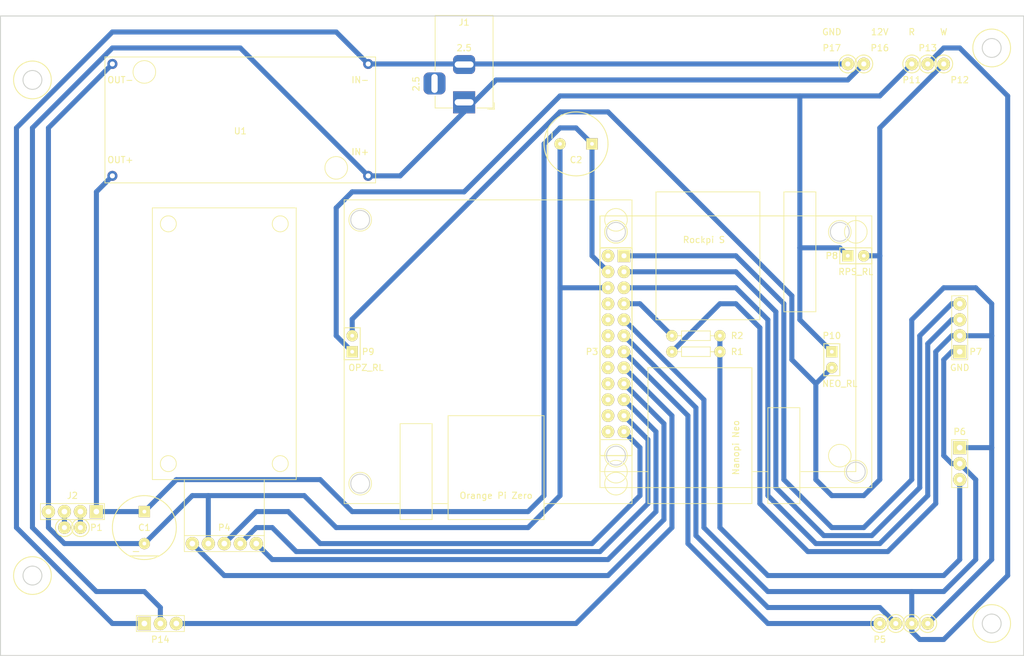
<source format=kicad_pcb>
(kicad_pcb (version 20211014) (generator pcbnew)
  (layers (0 "F.Cu" signal) (31 "B.Cu" signal) (34 "B.Paste" user) (35 "F.Paste" user) (36 "B.SilkS" user "B.Silkscreen") (37 "F.SilkS" user "F.Silkscreen") (38 "B.Mask" user) (39 "F.Mask" user) (44 "Edge.Cuts" user))
  (net 0 "")
  (net 1 "Net-(J2-Pad3)")
  (net 2 "Net-(J2-Pad2)")
  (net 3 "Net-(P6-Pad3)")
  (net 4 "Net-(C1-Pad1)")
  (net 5 "Net-(C1-Pad2)")
  (net 6 "Net-(J1-Pad1)")
  (net 7 "Net-(J1-Pad2)")
  (net 8 "Net-(P3-Pad7)")
  (net 9 "Net-(P3-Pad19)")
  (net 10 "Net-(P3-Pad3)")
  (net 11 "Net-(P3-Pad13)")
  (net 12 "Net-(P3-Pad21)")
  (net 13 "Net-(P3-Pad23)")
  (net 14 "Net-(P3-Pad5)")
  (net 15 "Net-(P3-Pad17)")
  (net 16 "Net-(P13-Pad1)")
  (net 17 "Net-(P10-Pad2)")
  (net 18 "Net-(P10-Pad1)")
  (net 19 "Net-(P14-Pad3)")
  (net 20 "Net-(P3-Pad10)")
  (net 21 "Net-(P3-Pad20)")
  (net 22 "Net-(P3-Pad8)")
  (net 23 "Net-(P3-Pad14)")
  (net 24 "Net-(P3-Pad22)")
  (net 25 "Net-(P15-Pad1)")
  (net 26 "Net-(P19-Pad1)")
  (net 27 "Net-(P3-Pad12)")
  (net 28 "Net-(P3-Pad16)")
  (net 29 "Net-(P3-Pad2)")
  (net 30 "Net-(P3-Pad24)")
  (net 31 "Net-(P3-Pad18)")
  (footprint "common:PI" (layer "F.Cu") (at 139.7 78.74)
    (fp_text reference "P3" (at -5.08 0 180) (layer "F.SilkS"))
    (fp_text value "PI")
    (fp_text user "Rockpi S" (at 12.7 -17.78) (layer "F.SilkS"))
    (fp_text user "Orange Pi Zero" (at -20.32 22.86) (layer "F.SilkS"))
    (fp_text user "Nanopi Neo" (at 17.78 15.24 270) (layer "F.SilkS"))
    (fp_line (start -3.81 -21.59) (end 36.83 -21.59) (layer "F.SilkS") (width 0.12))
    (fp_line (start 25.4 -21.59) (end 21.59 -21.59) (layer "F.SilkS") (width 0.12))
    (fp_line (start -3.81 19.05) (end -3.81 -21.59) (layer "F.SilkS") (width 0.12))
    (fp_line (start 30.48 -6.35) (end 25.4 -6.35) (layer "F.SilkS") (width 0.12))
    (fp_line (start 1.27 13.97) (end -3.81 13.97) (layer "F.SilkS") (width 0.12))
    (fp_line (start 30.48 -25.4) (end 30.48 -6.35) (layer "F.SilkS") (width 0.12))
    (fp_line (start -3.81 16.51) (end -3.81 21.59) (layer "F.SilkS") (width 0.12))
    (fp_line (start 1.27 -16.51) (end 1.27 13.97) (layer "F.SilkS") (width 0.12))
    (fp_line (start -3.81 21.59) (end 39.37 21.59) (layer "F.SilkS") (width 0.12))
    (fp_line (start 1.27 24.13) (end -12.7 24.13) (layer "F.SilkS") (width 0.12))
    (fp_line (start 1.27 -16.51) (end -3.81 -16.51) (layer "F.SilkS") (width 0.12))
    (fp_line (start -3.81 -16.51) (end -3.81 16.51) (layer "F.SilkS") (width 0.12))
    (fp_line (start 36.83 -21.59) (end 36.83 19.05) (layer "F.SilkS") (width 0.12))
    (fp_line (start 20.32 24.13) (end 20.32 2.54) (layer "F.SilkS") (width 0.12))
    (fp_line (start 3.81 2.54) (end 3.81 24.13) (layer "F.SilkS") (width 0.12))
    (fp_line (start -3.81 16.51) (end -3.81 -16.51) (layer "F.SilkS") (width 0.15))
    (fp_line (start -30.48 11.43) (end -35.56 11.43) (layer "F.SilkS") (width 0.12))
    (fp_line (start 1.27 -16.51) (end -3.81 -16.51) (layer "F.SilkS") (width 0.12))
    (fp_line (start -12.7 26.67) (end -27.94 26.67) (layer "F.SilkS") (width 0.12))
    (fp_line (start 27.94 24.13) (end 27.94 8.89) (layer "F.SilkS") (width 0.12))
    (fp_line (start 30.48 -21.59) (end 39.37 -21.59) (layer "F.SilkS") (width 0.12))
    (fp_line (start 39.37 -21.59) (end 39.37 21.59) (layer "F.SilkS") (width 0.12))
    (fp_line (start 1.27 16.51) (end -3.81 16.51) (layer "F.SilkS") (width 0.15))
    (fp_line (start 3.81 19.05) (end -3.81 19.05) (layer "F.SilkS") (width 0.12))
    (fp_line (start -35.56 11.43) (end -35.56 26.67) (layer "F.SilkS") (width 0.12))
    (fp_line (start -12.7 10.16) (end -12.7 26.67) (layer "F.SilkS") (width 0.12))
    (fp_line (start 1.27 16.51) (end 1.27 -16.51) (layer "F.SilkS") (width 0.12))
    (fp_line (start -3.81 13.97) (end -3.81 -16.51) (layer "F.SilkS") (width 0.12))
    (fp_line (start 22.86 19.05) (end 20.32 19.05) (layer "F.SilkS") (width 0.12))
    (fp_line (start 5.08 -5.08) (end 5.08 -25.4) (layer "F.SilkS") (width 0.12))
    (fp_line (start 22.86 8.89) (end 22.86 24.13) (layer "F.SilkS") (width 0.12))
    (fp_line (start 25.4 -6.35) (end 25.4 -25.4) (layer "F.SilkS") (width 0.12))
    (fp_line (start -3.81 -21.59) (end 5.08 -21.59) (layer "F.SilkS") (width 0.12))
    (fp_line (start 1.27 -16.51) (end 1.27 16.51) (layer "F.SilkS") (width 0.15))
    (fp_line (start 21.59 -5.08) (end 5.08 -5.08) (layer "F.SilkS") (width 0.12))
    (fp_line (start -44.45 -24.13) (end -44.45 24.13) (layer "F.SilkS") (width 0.12))
    (fp_line (start -3.81 -21.59) (end -3.81 -16.51) (layer "F.SilkS") (width 0.12))
    (fp_line (start 22.86 8.89) (end 27.94 8.89) (layer "F.SilkS") (width 0.12))
    (fp_line (start 36.83 19.05) (end 27.94 19.05) (layer "F.SilkS") (width 0.12))
    (fp_line (start -30.48 11.43) (end -30.48 26.67) (layer "F.SilkS") (width 0.12))
    (fp_line (start 1.27 -24.13) (end 1.27 -16.51) (layer "F.SilkS") (width 0.12))
    (fp_line (start 3.81 2.54) (end 20.32 2.54) (layer "F.SilkS") (width 0.12))
    (fp_line (start 1.27 -24.13) (end -44.45 -24.13) (layer "F.SilkS") (width 0.12))
    (fp_line (start -3.81 16.51) (end 1.27 16.51) (layer "F.SilkS") (width 0.12))
    (fp_line (start 5.08 -25.4) (end 21.59 -25.4) (layer "F.SilkS") (width 0.12))
    (fp_line (start -30.48 26.67) (end -35.56 26.67) (layer "F.SilkS") (width 0.12))
    (fp_line (start -27.94 24.13) (end -30.48 24.13) (layer "F.SilkS") (width 0.12))
    (fp_line (start -27.94 10.16) (end -27.94 26.67) (layer "F.SilkS") (width 0.12))
    (fp_line (start 25.4 -25.4) (end 30.48 -25.4) (layer "F.SilkS") (width 0.12))
    (fp_line (start -35.56 24.13) (end -44.45 24.13) (layer "F.SilkS") (width 0.12))
    (fp_line (start -3.81 -16.51) (end 1.27 -16.51) (layer "F.SilkS") (width 0.15))
    (fp_line (start 21.59 -25.4) (end 21.59 -5.08) (layer "F.SilkS") (width 0.12))
    (fp_line (start 27.94 24.13) (end 22.86 24.13) (layer "F.SilkS") (width 0.12))
    (fp_line (start 20.32 24.13) (end 3.81 24.13) (layer "F.SilkS") (width 0.12))
    (fp_line (start -12.7 10.16) (end -27.94 10.16) (layer "F.SilkS") (width 0.12))
    (fp_line (start 1.27 16.51) (end 1.27 24.13) (layer "F.SilkS") (width 0.12))
    (fp_circle (center 36.83 -19.05) (end 38.1 -17.78) (layer "F.SilkS") (width 0.12) (fill none))
    (fp_circle (center -1.27 19.05) (end 0 20.32) (layer "F.SilkS") (width 0.12) (fill none))
    (fp_circle (center 34.29 -19.05) (end 33.02 -20.32) (layer "F.SilkS") (width 0.12) (fill none))
    (fp_circle (center -1.27 -19.05) (end 0 -17.78) (layer "F.SilkS") (width 0.12) (fill none))
    (fp_circle (center 36.83 19.05) (end 35.56 20.32) (layer "F.SilkS") (width 0.12) (fill none))
    (fp_circle (center -1.27 -20.955) (end -2.54 -22.225) (layer "F.SilkS") (width 0.12) (fill none))
    (fp_circle (center 34.29 16.51) (end 33.02 15.24) (layer "F.SilkS") (width 0.12) (fill none))
    (fp_circle (center -41.91 20.955) (end -43.18 19.685) (layer "F.SilkS") (width 0.12) (fill none))
    (fp_circle (center -1.27 -19.05) (end 0 -20.32) (layer "F.SilkS") (width 0.12) (fill none))
    (fp_circle (center -1.27 16.51) (end -2.54 15.24) (layer "F.SilkS") (width 0.12) (fill none))
    (fp_circle (center -41.91 -20.955) (end -40.64 -22.225) (layer "F.SilkS") (width 0.12) (fill none))
    (fp_circle (center -1.27 20.955) (end -2.54 19.685) (layer "F.SilkS") (width 0.12) (fill none))
    (pad "1" thru_hole rect locked (at 0 -15.24 270) (size 2 2) (drill 0.8) (layers *.Cu *.Mask "F.SilkS") (net 26 "Net-(P19-Pad1)"))
    (pad "2" thru_hole circle locked (at -2.54 -15.24 270) (size 2 2) (drill 0.8) (layers *.Cu *.Mask "F.SilkS") (net 29 "Net-(P3-Pad2)"))
    (pad "3" thru_hole circle locked (at 0 -12.7 270) (size 2 2) (drill 0.8) (layers *.Cu *.Mask "F.SilkS") (net 10 "Net-(P3-Pad3)"))
    (pad "4" thru_hole circle locked (at -2.54 -12.7 270) (size 2 2) (drill 0.8) (layers *.Cu *.Mask "F.SilkS") (net 4 "Net-(C1-Pad1)"))
    (pad "5" thru_hole circle locked (at 0 -10.16 270) (size 2 2) (drill 0.8) (layers *.Cu *.Mask "F.SilkS") (net 14 "Net-(P3-Pad5)"))
    (pad "6" thru_hole circle locked (at -2.54 -10.16 270) (size 2 2) (drill 0.8) (layers *.Cu *.Mask "F.SilkS") (net 5 "Net-(C1-Pad2)"))
    (pad "7" thru_hole circle locked (at 0 -7.62 270) (size 2 2) (drill 0.8) (layers *.Cu *.Mask "F.SilkS") (net 8 "Net-(P3-Pad7)"))
    (pad "8" thru_hole circle locked (at -2.54 -7.62 270) (size 2 2) (drill 0.8) (layers *.Cu *.Mask "F.SilkS") (net 22 "Net-(P3-Pad8)"))
    (pad "9" thru_hole circle locked (at 0 -5.08 270) (size 2 2) (drill 0.8) (layers *.Cu *.Mask "F.SilkS") (net 16 "Net-(P13-Pad1)"))
    (pad "10" thru_hole circle locked (at -2.54 -5.08 270) (size 2 2) (drill 0.8) (layers *.Cu *.Mask "F.SilkS") (net 20 "Net-(P3-Pad10)"))
    (pad "11" thru_hole circle locked (at 0 -2.54 270) (size 1.99898 1.99898) (drill 0.8001) (layers *.Cu *.Mask "F.SilkS") (net 25 "Net-(P15-Pad1)"))
    (pad "12" thru_hole circle locked (at -2.54 -2.54 270) (size 1.99898 1.99898) (drill 0.8001) (layers *.Cu *.Mask "F.SilkS") (net 27 "Net-(P3-Pad12)"))
    (pad "13" thru_hole circle locked (at 0 0 270) (size 1.99898 1.99898) (drill 0.8001) (layers *.Cu *.Mask "F.SilkS") (net 11 "Net-(P3-Pad13)"))
    (pad "14" thru_hole circle locked (at -2.54 0 270) (size 1.99898 1.99898) (drill 0.8001) (layers *.Cu *.Mask "F.SilkS") (net 23 "Net-(P3-Pad14)"))
    (pad "15" thru_hole circle locked (at 0 2.54 270) (size 1.99898 1.99898) (drill 0.8001) (layers *.Cu *.Mask "F.SilkS") (net 19 "Net-(P14-Pad3)"))
    (pad "16" thru_hole circle locked (at -2.54 2.54 270) (size 1.99898 1.99898) (drill 0.8001) (layers *.Cu *.Mask "F.SilkS") (net 28 "Net-(P3-Pad16)"))
    (pad "17" thru_hole circle locked (at 0 5.08) (size 1.99898 1.99898) (drill 0.8001) (layers *.Cu *.Mask "F.SilkS") (net 15 "Net-(P3-Pad17)"))
    (pad "18" thru_hole circle locked (at -2.54 5.08 270) (size 1.99898 1.99898) (drill 0.8001) (layers *.Cu *.Mask "F.SilkS") (net 31 "Net-(P3-Pad18)"))
    (pad "19" thru_hole circle locked (at 0 7.62 270) (size 1.99898 1.99898) (drill 0.8001) (layers *.Cu *.Mask "F.SilkS") (net 9 "Net-(P3-Pad19)"))
    (pad "20" thru_hole circle locked (at -2.54 7.62 270) (size 1.99898 1.99898) (drill 0.8001) (layers *.Cu *.Mask "F.SilkS") (net 21 "Net-(P3-Pad20)"))
    (pad "21" thru_hole circle locked (at 0 10.16 270) (size 1.99898 1.99898) (drill 0.8001) (layers *.Cu *.Mask "F.SilkS") (net 12 "Net-(P3-Pad21)"))
    (pad "22" thru_hole circle locked (at -2.54 10.16 270) (size 1.99898 1.99898) (drill 0.8001) (layers *.Cu *.Mask "F.SilkS") (net 24 "Net-(P3-Pad22)"))
    (pad "23" thru_hole circle locked (at 0 12.7 270) (size 1.99898 1.99898) (drill 0.8001) (layers *.Cu *.Mask "F.SilkS") (net 13 "Net-(P3-Pad23)"))
    (pad "24" thru_hole circle locked (at -2.54 12.7 270) (size 1.99898 1.99898) (drill 0.8001) (layers *.Cu *.Mask "F.SilkS") (net 30 "Net-(P3-Pad24)"))
  )
  (footprint "common:PIN_ARRAY_3X1" (layer "F.Cu") (at 193.04 96.52 -90)
    (fp_text reference "P6" (at -5.08 0) (layer "F.SilkS"))
    (fp_text value "CONN_3" hide)
    (fp_line (start -3.81 -1.27) (end 3.81 -1.27) (layer "F.SilkS") (width 0.12))
    (fp_line (start -3.81 1.27) (end -3.81 -1.27) (layer "F.SilkS") (width 0.12))
    (fp_line (start 3.81 -1.27) (end 3.81 1.27) (layer "F.SilkS") (width 0.12))
    (fp_line (start 3.81 1.27) (end -3.81 1.27) (layer "F.SilkS") (width 0.12))
    (pad "1" thru_hole rect locked (at -2.54 0 270) (size 2.10058 2.10058) (drill 0.89916) (layers *.Cu *.Mask "F.SilkS") (net 26 "Net-(P19-Pad1)"))
    (pad "2" thru_hole circle locked (at 0 0 270) (size 2.10058 2.10058) (drill 0.89916) (layers *.Cu *.Mask "F.SilkS") (net 16 "Net-(P13-Pad1)"))
    (pad "3" thru_hole circle locked (at 2.54 0 270) (size 2.10058 2.10058) (drill 0.89916) (layers *.Cu *.Mask "F.SilkS") (net 3 "Net-(P6-Pad3)"))
  )
  (footprint "common:PIN_ARRAY_1X1" (layer "F.Cu") (at 185.42 33.02)
    (fp_text reference "P11" (at 0 2.54) (layer "F.SilkS"))
    (fp_text value "CONN_1" hide)
    (fp_circle (center 0 0) (end 1.27 0.635) (layer "F.SilkS") (width 0.15) (fill none))
    (pad "1" thru_hole circle locked (at 0 0) (size 2 2) (drill 0.8) (layers *.Cu *.Mask "F.SilkS") (net 18 "Net-(P10-Pad1)"))
  )
  (footprint "common:PIN_ARRAY_1X1" (layer "F.Cu") (at 53.34 106.68)
    (fp_text reference "P1" (at 2.54 0) (layer "F.SilkS"))
    (fp_text value "CONN_1" hide)
    (fp_circle (center 0 0) (end 1.27 0.635) (layer "F.SilkS") (width 0.15) (fill none))
    (pad "1" thru_hole circle locked (at 0 0) (size 2 2) (drill 0.8) (layers *.Cu *.Mask "F.SilkS") (net 2 "Net-(J2-Pad2)"))
  )
  (footprint "common:PIN_ARRAY_1X1" (layer "F.Cu") (at 187.96 33.02)
    (fp_text reference "P13" (at 0 -2.54) (layer "F.SilkS"))
    (fp_text value "CONN_1" hide)
    (fp_circle (center 0 0) (end 1.27 0.635) (layer "F.SilkS") (width 0.15) (fill none))
    (pad "1" thru_hole circle locked (at 0 0) (size 2 2) (drill 0.8) (layers *.Cu *.Mask "F.SilkS") (net 16 "Net-(P13-Pad1)"))
  )
  (footprint "common:CP2" (layer "F.Cu") (at 63.5 106.68 180)
    (fp_text reference "C1" (at 0 0) (layer "F.SilkS"))
    (fp_text value "CP1" hide)
    (fp_line (start -2.3 -4.5) (end 2.3 -4.5) (layer "F.SilkS") (width 0.15))
    (fp_line (start 0.889 -3.81) (end 1.778 -3.81) (layer "F.SilkS") (width 0.15))
    (fp_circle (center 0 0) (end -5.08 0) (layer "F.SilkS") (width 0.15) (fill none))
    (pad "1" thru_hole rect locked (at 0 2.54 180) (size 1.80086 1.80086) (drill 0.59944) (layers *.Cu *.Mask "F.SilkS") (net 4 "Net-(C1-Pad1)"))
    (pad "2" thru_hole circle locked (at 0 -2.54 180) (size 1.80086 1.80086) (drill 0.59944) (layers *.Cu *.Mask "F.SilkS") (net 5 "Net-(C1-Pad2)"))
  )
  (footprint "common:ENTRETOISE" (layer "F.Cu") (at 45.72 114.3)
    (fp_text reference "REF**" hide)
    (fp_text value "ENTRETOISE" hide)
    (fp_circle (center 0 0) (end 3 0) (layer "F.SilkS") (width 0.15) (fill none))
    (fp_circle (center 0 0) (end 1.5 0) (layer "Edge.Cuts") (width 0.15) (fill none))
  )
  (footprint "common:PIN_ARRAY_2X1" (layer "F.Cu") (at 176.53 63.5)
    (fp_text reference "P8" (at -3.81 0) (layer "F.SilkS"))
    (fp_text value "CONN_2" hide)
    (fp_text user "RPS_RL" (at 0 2.54) (layer "F.SilkS"))
    (fp_line (start 2.54 1.27) (end -2.54 1.27) (layer "F.SilkS") (width 0.1524))
    (fp_line (start 2.54 -1.27) (end 2.54 1.27) (layer "F.SilkS") (width 0.1524))
    (fp_line (start -2.54 1.27) (end -2.54 -1.27) (layer "F.SilkS") (width 0.1524))
    (fp_line (start -2.54 -1.27) (end 2.54 -1.27) (layer "F.SilkS") (width 0.1524))
    (pad "1" thru_hole rect locked (at -1.27 0) (size 1.80086 1.80086) (drill 0.59944) (layers *.Cu *.Mask "F.SilkS") (net 18 "Net-(P10-Pad1)"))
    (pad "2" thru_hole circle locked (at 1.27 0) (size 1.80086 1.80086) (drill 0.59944) (layers *.Cu *.Mask "F.SilkS") (net 17 "Net-(P10-Pad2)"))
  )
  (footprint "common:PIN_ARRAY_1X1" (layer "F.Cu") (at 50.8 106.68)
    (fp_text reference "P2" hide)
    (fp_text value "CONN_1" hide)
    (fp_circle (center 0 0) (end 1.27 0.635) (layer "F.SilkS") (width 0.15) (fill none))
    (pad "1" thru_hole circle locked (at 0 0) (size 2 2) (drill 0.8) (layers *.Cu *.Mask "F.SilkS") (net 1 "Net-(J2-Pad3)"))
  )
  (footprint "common:PIN_ARRAY_2X1" (layer "F.Cu") (at 96.52 77.47 90)
    (fp_text reference "P9" (at -1.27 2.54 180) (layer "F.SilkS"))
    (fp_text value "CONN_2" hide)
    (fp_text user "OPZ_RL" (at -3.81 5.08 180) (layer "F.SilkS") (effects (justify right)))
    (fp_line (start 2.54 1.27) (end -2.54 1.27) (layer "F.SilkS") (width 0.1524))
    (fp_line (start -2.54 1.27) (end -2.54 -1.27) (layer "F.SilkS") (width 0.1524))
    (fp_line (start 2.54 -1.27) (end 2.54 1.27) (layer "F.SilkS") (width 0.1524))
    (fp_line (start -2.54 -1.27) (end 2.54 -1.27) (layer "F.SilkS") (width 0.1524))
    (pad "1" thru_hole rect locked (at -1.27 0 90) (size 1.80086 1.80086) (drill 0.59944) (layers *.Cu *.Mask "F.SilkS") (net 18 "Net-(P10-Pad1)"))
    (pad "2" thru_hole circle locked (at 1.27 0 90) (size 1.80086 1.80086) (drill 0.59944) (layers *.Cu *.Mask "F.SilkS") (net 17 "Net-(P10-Pad2)"))
  )
  (footprint "common:ENTRETOISE" (layer "F.Cu") (at 45.72 35.56)
    (fp_text reference "REF**" hide)
    (fp_text value "ENTRETOISE" hide)
    (fp_circle (center 0 0) (end 3 0) (layer "F.SilkS") (width 0.15) (fill none))
    (fp_circle (center 0 0) (end 1.5 0) (layer "Edge.Cuts") (width 0.15) (fill none))
  )
  (footprint "common:VMA301" (layer "F.Cu") (at 76.2 109.22)
    (fp_text reference "P4" (at 0 -2.54 180) (layer "F.SilkS"))
    (fp_text value "CONN_5" hide)
    (fp_line (start 6.35 -1.27) (end -6.35 -1.27) (layer "F.SilkS") (width 0.12))
    (fp_line (start -11.43 -10.16) (end -11.43 -53.34) (layer "F.SilkS") (width 0.12))
    (fp_line (start 6.35 1.27) (end 6.35 -1.27) (layer "F.SilkS") (width 0.12))
    (fp_line (start 11.43 -53.34) (end 11.43 -10.16) (layer "F.SilkS") (width 0.12))
    (fp_line (start -11.43 -53.34) (end 11.43 -53.34) (layer "F.SilkS") (width 0.12))
    (fp_line (start -6.35 -1.27) (end -6.35 1.27) (layer "F.SilkS") (width 0.12))
    (fp_line (start 6.35 -1.27) (end 6.35 -10.16) (layer "F.SilkS") (width 0.12))
    (fp_line (start 11.43 -10.16) (end -11.43 -10.16) (layer "F.SilkS") (width 0.12))
    (fp_line (start -6.35 -1.27) (end -6.35 -10.16) (layer "F.SilkS") (width 0.12))
    (fp_line (start -6.35 1.27) (end 6.35 1.27) (layer "F.SilkS") (width 0.12))
    (fp_circle (center 8.89 -50.8) (end 8.89 -49.53) (layer "F.SilkS") (width 0.12) (fill none))
    (fp_circle (center 8.89 -12.7) (end 8.89 -11.43) (layer "F.SilkS") (width 0.12) (fill none))
    (fp_circle (center -8.89 -50.8) (end -8.89 -49.53) (layer "F.SilkS") (width 0.12) (fill none))
    (fp_circle (center -8.89 -12.7) (end -8.89 -11.43) (layer "F.SilkS") (width 0.12) (fill none))
    (pad "1" thru_hole circle locked (at -5.08 0) (size 2.10058 2.10058) (drill 0.89916) (layers *.Cu *.Mask "F.SilkS") (net 15 "Net-(P3-Pad17)"))
    (pad "2" thru_hole circle locked (at -2.54 0) (size 2.10058 2.10058) (drill 0.89916) (layers *.Cu *.Mask "F.SilkS") (net 5 "Net-(C1-Pad2)"))
    (pad "3" thru_hole circle locked (at 0 0) (size 2.10058 2.10058) (drill 0.89916) (layers *.Cu *.Mask "F.SilkS") (net 13 "Net-(P3-Pad23)"))
    (pad "4" thru_hole circle locked (at 2.54 0) (size 2.10058 2.10058) (drill 0.89916) (layers *.Cu *.Mask "F.SilkS") (net 12 "Net-(P3-Pad21)"))
    (pad "5" thru_hole circle locked (at 5.08 0) (size 2.10058 2.10058) (drill 0.89916) (layers *.Cu *.Mask "F.SilkS") (net 9 "Net-(P3-Pad19)"))
  )
  (footprint "common:PIN_ARRAY_2X1" (layer "F.Cu") (at 172.72 80.01 -90)
    (fp_text reference "P10" (at -3.81 0 180) (layer "F.SilkS"))
    (fp_text value "CONN_2" hide)
    (fp_text user "NEO_RL" (at 3.81 -1.27) (layer "F.SilkS"))
    (fp_line (start 2.54 -1.27) (end 2.54 1.27) (layer "F.SilkS") (width 0.1524))
    (fp_line (start 2.54 1.27) (end -2.54 1.27) (layer "F.SilkS") (width 0.1524))
    (fp_line (start -2.54 -1.27) (end 2.54 -1.27) (layer "F.SilkS") (width 0.1524))
    (fp_line (start -2.54 1.27) (end -2.54 -1.27) (layer "F.SilkS") (width 0.1524))
    (pad "1" thru_hole rect locked (at -1.27 0 270) (size 1.80086 1.80086) (drill 0.59944) (layers *.Cu *.Mask "F.SilkS") (net 18 "Net-(P10-Pad1)"))
    (pad "2" thru_hole circle locked (at 1.27 0 270) (size 1.80086 1.80086) (drill 0.59944) (layers *.Cu *.Mask "F.SilkS") (net 17 "Net-(P10-Pad2)"))
  )
  (footprint "common:PIN_ARRAY_1X1" (layer "F.Cu") (at 190.5 33.02)
    (fp_text reference "P12" (at 2.54 2.54) (layer "F.SilkS"))
    (fp_text value "CONN_1" hide)
    (fp_circle (center 0 0) (end 1.27 0.635) (layer "F.SilkS") (width 0.15) (fill none))
    (pad "1" thru_hole circle locked (at 0 0) (size 2 2) (drill 0.8) (layers *.Cu *.Mask "F.SilkS") (net 17 "Net-(P10-Pad2)"))
  )
  (footprint "common:ENTRETOISE" (layer "F.Cu") (at 198.12 121.92)
    (fp_text reference "REF**" hide)
    (fp_text value "ENTRETOISE" hide)
    (fp_circle (center 0 0) (end 3 0) (layer "F.SilkS") (width 0.15) (fill none))
    (fp_circle (center 0 0) (end 1.5 0) (layer "Edge.Cuts") (width 0.15) (fill none))
  )
  (footprint "common:R3" (layer "F.Cu") (at 152.4 76.2)
    (fp_text reference "R2" (at 6.35 0) (layer "F.SilkS") (effects (justify right)))
    (fp_text value "R" hide)
    (fp_line (start 1.016 -0.762) (end -3.556 -0.762) (layer "F.SilkS") (width 0.12))
    (fp_line (start 1.016 0) (end 1.524 0) (layer "F.SilkS") (width 0.12))
    (fp_line (start -3.556 0.762) (end 1.016 0.762) (layer "F.SilkS") (width 0.12))
    (fp_line (start 1.016 0.762) (end 1.016 -0.762) (layer "F.SilkS") (width 0.12))
    (fp_line (start -3.556 0) (end -4.064 0) (layer "F.SilkS") (width 0.15))
    (fp_line (start -3.556 -0.762) (end -3.556 0.762) (layer "F.SilkS") (width 0.12))
    (pad "1" thru_hole circle locked (at -5.08 0) (size 1.80086 1.80086) (drill 0.59944) (layers *.Cu *.Mask "F.SilkS") (net 8 "Net-(P3-Pad7)"))
    (pad "2" thru_hole circle locked (at 2.54 0) (size 1.80086 1.80086) (drill 0.59944) (layers *.Cu *.Mask "F.SilkS") (net 3 "Net-(P6-Pad3)"))
  )
  (footprint "common:R3" (layer "F.Cu") (at 149.86 78.74 180)
    (fp_text reference "R1" (at -8.89 0) (layer "F.SilkS") (effects (justify right)))
    (fp_text value "R" hide)
    (fp_line (start 1.016 0.762) (end 1.016 -0.762) (layer "F.SilkS") (width 0.12))
    (fp_line (start 1.016 0) (end 1.524 0) (layer "F.SilkS") (width 0.12))
    (fp_line (start -3.556 0) (end -4.064 0) (layer "F.SilkS") (width 0.15))
    (fp_line (start 1.016 -0.762) (end -3.556 -0.762) (layer "F.SilkS") (width 0.12))
    (fp_line (start -3.556 -0.762) (end -3.556 0.762) (layer "F.SilkS") (width 0.12))
    (fp_line (start -3.556 0.762) (end 1.016 0.762) (layer "F.SilkS") (width 0.12))
    (pad "1" thru_hole circle locked (at -5.08 0 180) (size 1.80086 1.80086) (drill 0.59944) (layers *.Cu *.Mask "F.SilkS") (net 3 "Net-(P6-Pad3)"))
    (pad "2" thru_hole circle locked (at 2.54 0 180) (size 1.80086 1.80086) (drill 0.59944) (layers *.Cu *.Mask "F.SilkS") (net 26 "Net-(P19-Pad1)"))
  )
  (footprint "common:BarrelJack_Horizontal" (layer "F.Cu") (at 114.3 39.116 -90)
    (fp_text reference "J1" (at -12.7 0 180) (layer "F.SilkS"))
    (fp_text value "Conn_01x02" hide)
    (fp_line (start 0.9 1.9) (end 0.9 4.6) (layer "F.SilkS") (width 0.12))
    (fp_line (start 1.1 -3.75) (end 1.1 -4.8) (layer "F.SilkS") (width 0.12))
    (fp_line (start 0.05 -4.8) (end 1.1 -4.8) (layer "F.SilkS") (width 0.12))
    (fp_line (start -13.8 4.6) (end -13.8 -4.6) (layer "F.SilkS") (width 0.12))
    (fp_line (start -13.8 -4.6) (end 0.9 -4.6) (layer "F.SilkS") (width 0.12))
    (fp_line (start 0.9 4.6) (end -1 4.6) (layer "F.SilkS") (width 0.12))
    (fp_line (start -5 4.6) (end -13.8 4.6) (layer "F.SilkS") (width 0.12))
    (fp_line (start 0.9 -4.6) (end 0.9 -2) (layer "F.SilkS") (width 0.12))
    (pad "1" thru_hole rect locked (at 0 0 270) (size 3.5 3.5) (drill oval 1 3) (layers *.Cu *.Mask) (net 6 "Net-(J1-Pad1)"))
    (pad "2" thru_hole roundrect locked (at -6 0 270) (size 3 3.5) (drill oval 1 3) (layers *.Cu *.Mask) (net 7 "Net-(J1-Pad2)"))
    (pad "3" thru_hole roundrect locked (at -3 4.7 270) (size 3.5 3.5) (drill oval 3 1) (layers *.Cu *.Mask))
  )
  (footprint "common:PIN_ARRAY_1X1" (layer "F.Cu") (at 175.26 33.02)
    (fp_text reference "P17" (at -2.54 -2.54) (layer "F.SilkS"))
    (fp_text value "CONN_1" hide)
    (fp_circle (center 0 0) (end 1.27 0.635) (layer "F.SilkS") (width 0.15) (fill none))
    (pad "1" thru_hole circle locked (at 0 0) (size 2 2) (drill 0.8) (layers *.Cu *.Mask "F.SilkS") (net 7 "Net-(J1-Pad2)"))
  )
  (footprint "common:PIN_ARRAY_1X1" (layer "F.Cu") (at 177.8 33.02)
    (fp_text reference "P16" (at 2.54 -2.54) (layer "F.SilkS"))
    (fp_text value "CONN_1" hide)
    (fp_circle (center 0 0) (end 1.27 0.635) (layer "F.SilkS") (width 0.15) (fill none))
    (pad "1" thru_hole circle locked (at 0 0) (size 2 2) (drill 0.8) (layers *.Cu *.Mask "F.SilkS") (net 6 "Net-(J1-Pad1)"))
  )
  (footprint "common:PIN_ARRAY_4X1" (layer "F.Cu") (at 193.04 74.93 90)
    (fp_text reference "P7" (at -3.81 2.54) (layer "F.SilkS"))
    (fp_text value "CONN_4X1" hide)
    (fp_line (start -5.08 -1.27) (end 5.08 -1.27) (layer "F.SilkS") (width 0.12))
    (fp_line (start 5.08 1.27) (end -5.08 1.27) (layer "F.SilkS") (width 0.12))
    (fp_line (start -5.08 -1.27) (end -5.08 1.27) (layer "F.SilkS") (width 0.12))
    (fp_line (start 5.08 -1.27) (end 5.08 1.27) (layer "F.SilkS") (width 0.12))
    (pad "1" thru_hole rect locked (at -3.81 0 90) (size 2.10058 2.10058) (drill 0.89916) (layers *.Cu *.Mask "F.SilkS") (net 16 "Net-(P13-Pad1)"))
    (pad "2" thru_hole circle locked (at -1.27 0 90) (size 2.10058 2.10058) (drill 0.89916) (layers *.Cu *.Mask "F.SilkS") (net 26 "Net-(P19-Pad1)"))
    (pad "3" thru_hole circle locked (at 1.27 0 90) (size 2.10058 2.10058) (drill 0.89916) (layers *.Cu *.Mask "F.SilkS") (net 14 "Net-(P3-Pad5)"))
    (pad "4" thru_hole circle locked (at 3.81 0 90) (size 2.10058 2.10058) (drill 0.89916) (layers *.Cu *.Mask "F.SilkS") (net 10 "Net-(P3-Pad3)"))
  )
  (footprint "common:CP2" (layer "F.Cu") (at 132.08 45.72 90)
    (fp_text reference "C2" (at -2.54 0 180) (layer "F.SilkS"))
    (fp_text value "CP1" hide)
    (fp_line (start 0.889 -3.81) (end 1.778 -3.81) (layer "F.SilkS") (width 0.15))
    (fp_line (start -2.3 -4.5) (end 2.3 -4.5) (layer "F.SilkS") (width 0.15))
    (fp_circle (center 0 0) (end -5.08 0) (layer "F.SilkS") (width 0.15) (fill none))
    (pad "1" thru_hole rect locked (at 0 2.54 90) (size 1.80086 1.80086) (drill 0.59944) (layers *.Cu *.Mask "F.SilkS") (net 4 "Net-(C1-Pad1)"))
    (pad "2" thru_hole circle locked (at 0 -2.54 90) (size 1.80086 1.80086) (drill 0.59944) (layers *.Cu *.Mask "F.SilkS") (net 5 "Net-(C1-Pad2)"))
  )
  (footprint "common:PLATINE_160x100" (layer "F.Cu") (at 121.92 76.2)
    (fp_text reference "GR**" hide)
    (fp_text value "PLATINE_160x100" hide)
    (fp_line (start 81.28 -50.8) (end 81.28 50.8) (layer "Edge.Cuts") (width 0.15))
    (fp_line (start -81.28 -50.8) (end 81.28 -50.8) (layer "Edge.Cuts") (width 0.15))
    (fp_line (start -81.28 -50.8) (end -81.28 50.8) (layer "Edge.Cuts") (width 0.15))
    (fp_line (start 81.28 50.8) (end -81.28 50.8) (layer "Edge.Cuts") (width 0.15))
  )
  (footprint "common:PIN_ARRAY_4X1" (layer "F.Cu") (at 52.07 104.14 180)
    (fp_text reference "J2" (at 0 2.54 180) (layer "F.SilkS"))
    (fp_text value "USB_2" hide)
    (fp_line (start 5.08 1.27) (end -5.08 1.27) (layer "F.SilkS") (width 0.12))
    (fp_line (start -5.08 -1.27) (end 5.08 -1.27) (layer "F.SilkS") (width 0.12))
    (fp_line (start 5.08 -1.27) (end 5.08 1.27) (layer "F.SilkS") (width 0.12))
    (fp_line (start -5.08 -1.27) (end -5.08 1.27) (layer "F.SilkS") (width 0.12))
    (pad "1" thru_hole rect locked (at -3.81 0 180) (size 2.10058 2.10058) (drill 0.89916) (layers *.Cu *.Mask "F.SilkS") (net 4 "Net-(C1-Pad1)"))
    (pad "2" thru_hole circle locked (at -1.27 0 180) (size 2.10058 2.10058) (drill 0.89916) (layers *.Cu *.Mask "F.SilkS") (net 2 "Net-(J2-Pad2)"))
    (pad "3" thru_hole circle locked (at 1.27 0 180) (size 2.10058 2.10058) (drill 0.89916) (layers *.Cu *.Mask "F.SilkS") (net 1 "Net-(J2-Pad3)"))
    (pad "4" thru_hole circle locked (at 3.81 0 180) (size 2.10058 2.10058) (drill 0.89916) (layers *.Cu *.Mask "F.SilkS") (net 5 "Net-(C1-Pad2)"))
  )
  (footprint "common:ENTRETOISE" (layer "F.Cu") (at 198.12 30.48)
    (fp_text reference "REF**" hide)
    (fp_text value "ENTRETOISE" hide)
    (fp_circle (center 0 0) (end 3 0) (layer "F.SilkS") (width 0.15) (fill none))
    (fp_circle (center 0 0) (end 1.5 0) (layer "Edge.Cuts") (width 0.15) (fill none))
  )
  (footprint "common:PIN_ARRAY_3X1" (layer "F.Cu") (at 66.04 121.92)
    (fp_text reference "P14" (at 0 2.54 180) (layer "F.SilkS"))
    (fp_text value "CONN_3" hide)
    (fp_line (start 3.81 1.27) (end -3.81 1.27) (layer "F.SilkS") (width 0.12))
    (fp_line (start -3.81 1.27) (end -3.81 -1.27) (layer "F.SilkS") (width 0.12))
    (fp_line (start 3.81 -1.27) (end 3.81 1.27) (layer "F.SilkS") (width 0.12))
    (fp_line (start -3.81 -1.27) (end 3.81 -1.27) (layer "F.SilkS") (width 0.12))
    (pad "1" thru_hole rect locked (at -2.54 0) (size 2.10058 2.10058) (drill 0.89916) (layers *.Cu *.Mask "F.SilkS") (net 7 "Net-(J1-Pad2)"))
    (pad "2" thru_hole circle locked (at 0 0) (size 2.10058 2.10058) (drill 0.89916) (layers *.Cu *.Mask "F.SilkS") (net 6 "Net-(J1-Pad1)"))
    (pad "3" thru_hole circle locked (at 2.54 0) (size 2.10058 2.10058) (drill 0.89916) (layers *.Cu *.Mask "F.SilkS") (net 19 "Net-(P14-Pad3)"))
  )
  (footprint "common:BUCK" (layer "F.Cu") (at 78.74 41.91)
    (fp_text reference "U1" (at 0 1.77) (layer "F.SilkS"))
    (fp_text value "BUCK")
    (fp_text user "IN-" (at 19.05 -6.35) (layer "F.SilkS"))
    (fp_text user "IN+" (at 19.05 5.08) (layer "F.SilkS"))
    (fp_text user "OUT-" (at -19.05 -6.35) (layer "F.SilkS"))
    (fp_text user "OUT+" (at -19.05 6.35) (layer "F.SilkS"))
    (fp_line (start 21.5 10) (end 21.5 -10) (layer "F.SilkS") (width 0.12))
    (fp_line (start 21.5 -10) (end -21.5 -10) (layer "F.SilkS") (width 0.12))
    (fp_line (start -21.5 10) (end 21.5 10) (layer "F.SilkS") (width 0.12))
    (fp_line (start -21.5 -10) (end -21.5 10) (layer "F.SilkS") (width 0.12))
    (fp_circle (center 15.24 7.62) (end 16.51 8.89) (layer "F.SilkS") (width 0.12) (fill none))
    (fp_circle (center -15.24 -7.62) (end -13.97 -6.35) (layer "F.SilkS") (width 0.12) (fill none))
    (pad "1" thru_hole circle locked (at 20.32 8.89) (size 1.6 1.6) (drill 0.8) (layers *.Cu *.Mask) (net 6 "Net-(J1-Pad1)"))
    (pad "2" thru_hole circle locked (at 20.32 -8.89) (size 1.6 1.6) (drill 0.8) (layers *.Cu *.Mask) (net 7 "Net-(J1-Pad2)"))
    (pad "3" thru_hole circle locked (at -20.32 8.89) (size 1.6 1.6) (drill 0.8) (layers *.Cu *.Mask) (net 4 "Net-(C1-Pad1)"))
    (pad "4" thru_hole circle locked (at -20.32 -8.89) (size 1.6 1.6) (drill 0.8) (layers *.Cu *.Mask) (net 5 "Net-(C1-Pad2)"))
  )
  (footprint "common:PIN_ARRAY_1X1" (layer "F.Cu") (at 180.34 121.92)
    (fp_text reference "P5" (at 0 2.54) (layer "F.SilkS"))
    (fp_text value "CONN_1" hide)
    (fp_circle (center 0 0) (end 1.27 0.635) (layer "F.SilkS") (width 0.15) (fill none))
    (pad "1" thru_hole circle locked (at 0 0) (size 2 2) (drill 0.8) (layers *.Cu *.Mask "F.SilkS") (net 11 "Net-(P3-Pad13)"))
  )
  (footprint "common:PIN_ARRAY_1X1" (layer "F.Cu") (at 182.88 121.92)
    (fp_text reference "P15" hide)
    (fp_text value "CONN_1" hide)
    (fp_circle (center 0 0) (end 1.27 0.635) (layer "F.SilkS") (width 0.15) (fill none))
    (pad "1" thru_hole circle locked (at 0 0) (size 2 2) (drill 0.8) (layers *.Cu *.Mask "F.SilkS") (net 25 "Net-(P15-Pad1)"))
  )
  (footprint "common:PIN_ARRAY_1X1" (layer "F.Cu") (at 185.42 121.92)
    (fp_text reference "P18" hide)
    (fp_text value "CONN_1" hide)
    (fp_circle (center 0 0) (end 1.27 0.635) (layer "F.SilkS") (width 0.15) (fill none))
    (pad "1" thru_hole circle locked (at 0 0) (size 2 2) (drill 0.8) (layers *.Cu *.Mask "F.SilkS") (net 16 "Net-(P13-Pad1)"))
  )
  (footprint "common:PIN_ARRAY_1X1" (layer "F.Cu") (at 187.96 121.92)
    (fp_text reference "P19" hide)
    (fp_text value "CONN_1" hide)
    (fp_circle (center 0 0) (end 1.27 0.635) (layer "F.SilkS") (width 0.15) (fill none))
    (pad "1" thru_hole circle locked (at 0 0) (size 2 2) (drill 0.8) (layers *.Cu *.Mask "F.SilkS") (net 26 "Net-(P19-Pad1)"))
  )
  (gr_line (start 116.84 48.26) (end 116.84 48.26) (layer "Edge.Cuts") (width 0.000001))
  (gr_circle (center 176.53 97.79) (end 178.03 97.79) (layer "Edge.Cuts") (width 0.15) (fill none))
  (gr_circle (center 138.43 59.69) (end 139.93 59.69) (layer "Edge.Cuts") (width 0.15) (fill none))
  (gr_circle (center 97.79 99.695) (end 99.29 99.695) (layer "Edge.Cuts") (width 0.15) (fill none))
  (gr_circle (center 97.79 57.785) (end 99.29 57.785) (layer "Edge.Cuts") (width 0.15) (fill none))
  (gr_circle (center 138.43 95.25) (end 139.93 95.25) (layer "Edge.Cuts") (width 0.15) (fill none))
  (gr_line (start 109.22 22.86) (end 109.22 22.86) (layer "Edge.Cuts") (width 0.000001))
  (gr_circle (center 173.99 59.69) (end 175.49 59.69) (layer "Edge.Cuts") (width 0.15) (fill none))
  (gr_text "2.5" (at 106.68 36.195 90) (layer "F.SilkS") (effects (font (size 1 1))))
  (gr_text "12V" (at 180.34 27.94) (layer "F.SilkS") (effects (font (size 1 1))))
  (gr_text "W" (at 190.5 27.94) (layer "F.SilkS") (effects (font (size 1 1))))
  (gr_text "GND" (at 172.72 27.94) (layer "F.SilkS") (effects (font (size 1 1))))
  (gr_text "GND" (at 193.04 81.28) (layer "F.SilkS") (effects (font (size 1 1))))
  (gr_text "2.5" (at 114.3 30.48) (layer "F.SilkS") (effects (font (size 1 1))))
  (gr_text "R" (at 185.42 27.94) (layer "F.SilkS") (effects (font (size 1 1))))
  (segment (start 50.8 104.14) (end 50.8 106.68) (width 0.8) (layer "B.Cu") (net 1))
  (segment (start 53.34 104.14) (end 53.34 106.68) (width 0.8) (layer "B.Cu") (net 2))
  (segment (start 154.94 76.2) (end 154.94 78.74) (width 0.8) (layer "B.Cu") (net 3))
  (segment (start 193.04 111.76) (end 193.04 99.06) (width 0.8) (layer "B.Cu") (net 3))
  (segment (start 162.56 114.3) (end 190.5 114.3) (width 0.8) (layer "B.Cu") (net 3))
  (segment (start 154.94 106.68) (end 162.56 114.3) (width 0.8) (layer "B.Cu") (net 3))
  (segment (start 154.94 78.74) (end 154.94 106.68) (width 0.8) (layer "B.Cu") (net 3))
  (segment (start 190.5 114.3) (end 193.04 111.76) (width 0.8) (layer "B.Cu") (net 3))
  (segment (start 132.08 43.18) (end 134.62 45.72) (width 0.8) (layer "B.Cu") (net 4))
  (segment (start 55.88 53.34) (end 58.42 50.8) (width 0.8) (layer "B.Cu") (net 4))
  (segment (start 127 45.72) (end 127 101.6) (width 0.8) (layer "B.Cu") (net 4))
  (segment (start 134.62 63.5) (end 137.16 66.04) (width 0.8) (layer "B.Cu") (net 4))
  (segment (start 96.52 104.14) (end 91.44 99.06) (width 0.8) (layer "B.Cu") (net 4))
  (segment (start 134.62 45.72) (end 134.62 63.5) (width 0.8) (layer "B.Cu") (net 4))
  (segment (start 129.54 43.18) (end 127 45.72) (width 0.8) (layer "B.Cu") (net 4))
  (segment (start 55.88 104.14) (end 55.88 53.34) (width 0.8) (layer "B.Cu") (net 4))
  (segment (start 127 101.6) (end 124.46 104.14) (width 0.8) (layer "B.Cu") (net 4))
  (segment (start 63.5 104.14) (end 55.88 104.14) (width 0.8) (layer "B.Cu") (net 4))
  (segment (start 132.08 43.18) (end 129.54 43.18) (width 0.8) (layer "B.Cu") (net 4))
  (segment (start 124.46 104.14) (end 96.52 104.14) (width 0.8) (layer "B.Cu") (net 4))
  (segment (start 91.44 99.06) (end 68.58 99.06) (width 0.8) (layer "B.Cu") (net 4))
  (segment (start 68.58 99.06) (end 63.5 104.14) (width 0.8) (layer "B.Cu") (net 4))
  (segment (start 93.98 106.68) (end 124.46 106.68) (width 0.8) (layer "B.Cu") (net 5))
  (segment (start 63.5 109.22) (end 71.12 101.6) (width 0.8) (layer "B.Cu") (net 5))
  (segment (start 50.8 109.22) (end 63.5 109.22) (width 0.8) (layer "B.Cu") (net 5))
  (segment (start 48.26 43.18) (end 48.26 106.68) (width 0.8) (layer "B.Cu") (net 5))
  (segment (start 129.54 68.58) (end 129.54 45.72) (width 0.8) (layer "B.Cu") (net 5))
  (segment (start 73.66 101.6) (end 73.66 109.22) (width 0.8) (layer "B.Cu") (net 5))
  (segment (start 137.16 68.58) (end 129.54 68.58) (width 0.8) (layer "B.Cu") (net 5))
  (segment (start 58.42 33.02) (end 48.26 43.18) (width 0.8) (layer "B.Cu") (net 5))
  (segment (start 88.9 101.6) (end 93.98 106.68) (width 0.8) (layer "B.Cu") (net 5))
  (segment (start 73.66 101.6) (end 88.9 101.6) (width 0.8) (layer "B.Cu") (net 5))
  (segment (start 48.26 106.68) (end 50.8 109.22) (width 0.8) (layer "B.Cu") (net 5))
  (segment (start 129.54 101.6) (end 129.54 68.58) (width 0.8) (layer "B.Cu") (net 5))
  (segment (start 124.46 106.68) (end 129.54 101.6) (width 0.8) (layer "B.Cu") (net 5))
  (segment (start 71.12 101.6) (end 73.66 101.6) (width 0.8) (layer "B.Cu") (net 5))
  (segment (start 99.06 50.8) (end 104.14 50.8) (width 0.8) (layer "B.Cu") (net 6))
  (segment (start 45.72 43.18) (end 58.42 30.48) (width 0.8) (layer "B.Cu") (net 6))
  (segment (start 66.04 119.38) (end 63.5 116.84) (width 0.8) (layer "B.Cu") (net 6))
  (segment (start 119.38 35.56) (end 114.3 40.64) (width 0.8) (layer "B.Cu") (net 6))
  (segment (start 114.3 39.116) (end 114.3 40.64) (width 0.8) (layer "B.Cu") (net 6))
  (segment (start 104.14 50.8) (end 114.3 40.64) (width 0.8) (layer "B.Cu") (net 6))
  (segment (start 55.88 116.84) (end 45.72 106.68) (width 0.8) (layer "B.Cu") (net 6))
  (segment (start 175.26 35.56) (end 119.38 35.56) (width 0.8) (layer "B.Cu") (net 6))
  (segment (start 177.8 33.02) (end 175.26 35.56) (width 0.8) (layer "B.Cu") (net 6))
  (segment (start 63.5 116.84) (end 55.88 116.84) (width 0.8) (layer "B.Cu") (net 6))
  (segment (start 66.04 121.92) (end 66.04 119.38) (width 0.8) (layer "B.Cu") (net 6))
  (segment (start 78.74 30.48) (end 99.06 50.8) (width 0.8) (layer "B.Cu") (net 6))
  (segment (start 45.72 106.68) (end 45.72 43.18) (width 0.8) (layer "B.Cu") (net 6))
  (segment (start 58.42 30.48) (end 78.74 30.48) (width 0.8) (layer "B.Cu") (net 6))
  (segment (start 99.06 33.02) (end 114.204 33.02) (width 0.8) (layer "B.Cu") (net 7))
  (segment (start 58.42 27.94) (end 93.98 27.94) (width 0.8) (layer "B.Cu") (net 7))
  (segment (start 43.18 106.68) (end 43.18 43.18) (width 0.8) (layer "B.Cu") (net 7))
  (segment (start 43.18 43.18) (end 58.42 27.94) (width 0.8) (layer "B.Cu") (net 7))
  (segment (start 63.5 121.92) (end 58.42 121.92) (width 0.8) (layer "B.Cu") (net 7))
  (segment (start 114.204 33.02) (end 114.3 33.116) (width 0.8) (layer "B.Cu") (net 7))
  (segment (start 93.98 27.94) (end 99.06 33.02) (width 0.8) (layer "B.Cu") (net 7))
  (segment (start 58.42 121.92) (end 43.18 106.68) (width 0.8) (layer "B.Cu") (net 7))
  (segment (start 114.3 33.02) (end 175.26 33.02) (width 0.8) (layer "B.Cu") (net 7))
  (segment (start 139.7 71.12) (end 142.24 71.12) (width 0.8) (layer "B.Cu") (net 8))
  (segment (start 142.24 71.12) (end 147.32 76.2) (width 0.8) (layer "B.Cu") (net 8))
  (segment (start 144.78 104.14) (end 137.16 111.76) (width 0.8) (layer "B.Cu") (net 9))
  (segment (start 144.78 91.44) (end 144.78 104.14) (width 0.8) (layer "B.Cu") (net 9))
  (segment (start 137.16 111.76) (end 83.82 111.76) (width 0.8) (layer "B.Cu") (net 9))
  (segment (start 83.82 111.76) (end 81.28 109.22) (width 0.8) (layer "B.Cu") (net 9))
  (segment (start 139.7 86.36) (end 144.78 91.44) (width 0.8) (layer "B.Cu") (net 9))
  (segment (start 186.69 76.2) (end 191.77 71.12) (width 0.8) (layer "B.Cu") (net 10))
  (segment (start 171.45 107.95) (end 179.07 107.95) (width 0.8) (layer "B.Cu") (net 10))
  (segment (start 139.7 66.04) (end 157.48 66.04) (width 0.8) (layer "B.Cu") (net 10))
  (segment (start 191.77 71.12) (end 193.04 71.12) (width 0.8) (layer "B.Cu") (net 10))
  (segment (start 179.07 107.95) (end 186.69 100.33) (width 0.8) (layer "B.Cu") (net 10))
  (segment (start 163.83 100.33) (end 171.45 107.95) (width 0.8) (layer "B.Cu") (net 10))
  (segment (start 186.69 100.33) (end 186.69 76.2) (width 0.8) (layer "B.Cu") (net 10))
  (segment (start 157.48 66.04) (end 163.83 72.39) (width 0.8) (layer "B.Cu") (net 10))
  (segment (start 163.83 72.39) (end 163.83 100.33) (width 0.8) (layer "B.Cu") (net 10))
  (segment (start 149.86 109.22) (end 162.56 121.92) (width 0.8) (layer "B.Cu") (net 11))
  (segment (start 149.86 88.9) (end 149.86 109.22) (width 0.8) (layer "B.Cu") (net 11))
  (segment (start 162.56 121.92) (end 180.34 121.92) (width 0.8) (layer "B.Cu") (net 11))
  (segment (start 139.7 78.74) (end 149.86 88.9) (width 0.8) (layer "B.Cu") (net 11))
  (segment (start 143.51 92.71) (end 143.51 102.87) (width 0.8) (layer "B.Cu") (net 12))
  (segment (start 135.89 110.49) (end 87.63 110.49) (width 0.8) (layer "B.Cu") (net 12))
  (segment (start 87.63 110.49) (end 83.82 106.68) (width 0.8) (layer "B.Cu") (net 12))
  (segment (start 83.82 106.68) (end 81.28 106.68) (width 0.8) (layer "B.Cu") (net 12))
  (segment (start 139.7 88.9) (end 143.51 92.71) (width 0.8) (layer "B.Cu") (net 12))
  (segment (start 143.51 102.87) (end 135.89 110.49) (width 0.8) (layer "B.Cu") (net 12))
  (segment (start 81.28 106.68) (end 78.74 109.22) (width 0.8) (layer "B.Cu") (net 12))
  (segment (start 134.62 109.22) (end 91.44 109.22) (width 0.8) (layer "B.Cu") (net 13))
  (segment (start 91.44 109.22) (end 86.36 104.14) (width 0.8) (layer "B.Cu") (net 13))
  (segment (start 142.24 93.98) (end 142.24 101.6) (width 0.8) (layer "B.Cu") (net 13))
  (segment (start 86.36 104.14) (end 81.28 104.14) (width 0.8) (layer "B.Cu") (net 13))
  (segment (start 142.24 101.6) (end 134.62 109.22) (width 0.8) (layer "B.Cu") (net 13))
  (segment (start 139.7 91.44) (end 142.24 93.98) (width 0.8) (layer "B.Cu") (net 13))
  (segment (start 81.28 104.14) (end 76.2 109.22) (width 0.8) (layer "B.Cu") (net 13))
  (segment (start 157.48 68.58) (end 139.7 68.58) (width 0.8) (layer "B.Cu") (net 14))
  (segment (start 187.96 101.6) (end 180.34 109.22) (width 0.8) (layer "B.Cu") (net 14))
  (segment (start 180.34 109.22) (end 170.18 109.22) (width 0.8) (layer "B.Cu") (net 14))
  (segment (start 187.96 77.47) (end 187.96 101.6) (width 0.8) (layer "B.Cu") (net 14))
  (segment (start 191.77 73.66) (end 187.96 77.47) (width 0.8) (layer "B.Cu") (net 14))
  (segment (start 162.56 101.6) (end 162.56 73.66) (width 0.8) (layer "B.Cu") (net 14))
  (segment (start 193.04 73.66) (end 191.77 73.66) (width 0.8) (layer "B.Cu") (net 14))
  (segment (start 162.56 73.66) (end 157.48 68.58) (width 0.8) (layer "B.Cu") (net 14))
  (segment (start 170.18 109.22) (end 162.56 101.6) (width 0.8) (layer "B.Cu") (net 14))
  (segment (start 146.05 105.41) (end 137.16 114.3) (width 0.8) (layer "B.Cu") (net 15))
  (segment (start 76.2 114.3) (end 71.12 109.22) (width 0.8) (layer "B.Cu") (net 15))
  (segment (start 137.16 114.3) (end 76.2 114.3) (width 0.8) (layer "B.Cu") (net 15))
  (segment (start 146.05 90.17) (end 146.05 105.41) (width 0.8) (layer "B.Cu") (net 15))
  (segment (start 139.7 83.82) (end 146.05 90.17) (width 0.8) (layer "B.Cu") (net 15))
  (segment (start 193.04 78.74) (end 191.77 78.74) (width 0.8) (layer "B.Cu") (net 16))
  (segment (start 185.42 116.84) (end 185.42 121.92) (width 0.8) (layer "B.Cu") (net 16))
  (segment (start 185.42 123.19) (end 186.69 124.46) (width 0.8) (layer "B.Cu") (net 16))
  (segment (start 190.5 30.48) (end 187.96 33.02) (width 0.8) (layer "B.Cu") (net 16))
  (segment (start 195.58 111.76) (end 195.58 99.06) (width 0.8) (layer "B.Cu") (net 16))
  (segment (start 193.04 30.48) (end 190.5 30.48) (width 0.8) (layer "B.Cu") (net 16))
  (segment (start 190.5 95.25) (end 191.77 96.52) (width 0.8) (layer "B.Cu") (net 16))
  (segment (start 185.42 121.92) (end 185.42 123.19) (width 0.8) (layer "B.Cu") (net 16))
  (segment (start 191.77 96.52) (end 193.04 96.52) (width 0.8) (layer "B.Cu") (net 16))
  (segment (start 186.69 124.46) (end 190.5 124.46) (width 0.8) (layer "B.Cu") (net 16))
  (segment (start 191.77 78.74) (end 190.5 80.01) (width 0.8) (layer "B.Cu") (net 16))
  (segment (start 190.5 124.46) (end 200.66 114.3) (width 0.8) (layer "B.Cu") (net 16))
  (segment (start 190.5 116.84) (end 195.58 111.76) (width 0.8) (layer "B.Cu") (net 16))
  (segment (start 195.58 99.06) (end 193.04 96.52) (width 0.8) (layer "B.Cu") (net 16))
  (segment (start 200.66 114.3) (end 200.66 38.1) (width 0.8) (layer "B.Cu") (net 16))
  (segment (start 200.66 38.1) (end 193.04 30.48) (width 0.8) (layer "B.Cu") (net 16))
  (segment (start 162.56 116.84) (end 190.5 116.84) (width 0.8) (layer "B.Cu") (net 16))
  (segment (start 139.7 73.66) (end 152.4 86.36) (width 0.8) (layer "B.Cu") (net 16))
  (segment (start 152.4 86.36) (end 152.4 106.68) (width 0.8) (layer "B.Cu") (net 16))
  (segment (start 190.5 80.01) (end 190.5 95.25) (width 0.8) (layer "B.Cu") (net 16))
  (segment (start 152.4 106.68) (end 162.56 116.84) (width 0.8) (layer "B.Cu") (net 16))
  (segment (start 129.54 40.64) (end 137.16 40.64) (width 0.8) (layer "B.Cu") (net 17))
  (segment (start 137.16 40.64) (end 166.37 69.85) (width 0.8) (layer "B.Cu") (net 17))
  (segment (start 166.37 69.85) (end 166.37 80.01) (width 0.8) (layer "B.Cu") (net 17))
  (segment (start 172.72 81.28) (end 170.18 83.82) (width 0.8) (layer "B.Cu") (net 17))
  (segment (start 172.72 101.6) (end 177.8 101.6) (width 0.8) (layer "B.Cu") (net 17))
  (segment (start 180.34 43.18) (end 190.5 33.02) (width 0.8) (layer "B.Cu") (net 17))
  (segment (start 96.52 76.2) (end 96.52 73.565926) (width 0.8) (layer "B.Cu") (net 17))
  (segment (start 170.18 83.82) (end 170.18 99.06) (width 0.8) (layer "B.Cu") (net 17))
  (segment (start 180.34 63.5) (end 180.34 43.18) (width 0.8) (layer "B.Cu") (net 17))
  (segment (start 177.8 63.5) (end 180.34 63.5) (width 0.8) (layer "B.Cu") (net 17))
  (segment (start 166.37 80.01) (end 170.18 83.82) (width 0.8) (layer "B.Cu") (net 17))
  (segment (start 170.18 99.06) (end 172.72 101.6) (width 0.8) (layer "B.Cu") (net 17))
  (segment (start 177.8 101.6) (end 180.34 99.06) (width 0.8) (layer "B.Cu") (net 17))
  (segment (start 96.52 73.565926) (end 129.54 40.64) (width 0.8) (layer "B.Cu") (net 17))
  (segment (start 180.34 99.06) (end 180.34 63.5) (width 0.8) (layer "B.Cu") (net 17))
  (segment (start 173.99 62.23) (end 167.64 62.23) (width 0.8) (layer "B.Cu") (net 18))
  (segment (start 93.98 55.88) (end 96.52 53.34) (width 0.8) (layer "B.Cu") (net 18))
  (segment (start 172.72 78.74) (end 167.64 73.66) (width 0.8) (layer "B.Cu") (net 18))
  (segment (start 93.98 76.2) (end 93.98 55.88) (width 0.8) (layer "B.Cu") (net 18))
  (segment (start 96.52 78.74) (end 93.98 76.2) (width 0.8) (layer "B.Cu") (net 18))
  (segment (start 167.64 73.66) (end 167.64 62.23) (width 0.8) (layer "B.Cu") (net 18))
  (segment (start 114.3 53.34) (end 129.54 38.1) (width 0.8) (layer "B.Cu") (net 18))
  (segment (start 129.54 38.1) (end 180.34 38.1) (width 0.8) (layer "B.Cu") (net 18))
  (segment (start 167.64 62.23) (end 167.64 38.1) (width 0.8) (layer "B.Cu") (net 18))
  (segment (start 175.26 63.5) (end 173.99 62.23) (width 0.8) (layer "B.Cu") (net 18))
  (segment (start 96.52 53.34) (end 114.3 53.34) (width 0.8) (layer "B.Cu") (net 18))
  (segment (start 180.34 38.1) (end 185.42 33.02) (width 0.8) (layer "B.Cu") (net 18))
  (segment (start 139.7 81.28) (end 147.32 88.9) (width 0.8) (layer "B.Cu") (net 19))
  (segment (start 132.08 121.92) (end 68.58 121.92) (width 0.8) (layer "B.Cu") (net 19))
  (segment (start 147.32 106.68) (end 132.08 121.92) (width 0.8) (layer "B.Cu") (net 19))
  (segment (start 147.32 88.9) (end 147.32 106.68) (width 0.8) (layer "B.Cu") (net 19))
  (segment (start 151.13 107.95) (end 162.56 119.38) (width 0.8) (layer "B.Cu") (net 25))
  (segment (start 162.56 119.38) (end 180.34 119.38) (width 0.8) (layer "B.Cu") (net 25))
  (segment (start 139.7 76.2) (end 151.13 87.63) (width 0.8) (layer "B.Cu") (net 25))
  (segment (start 151.13 87.63) (end 151.13 107.95) (width 0.8) (layer "B.Cu") (net 25))
  (segment (start 180.34 119.38) (end 182.88 121.92) (width 0.8) (layer "B.Cu") (net 25))
  (segment (start 165.1 71.12) (end 157.48 63.5) (width 0.8) (layer "B.Cu") (net 26))
  (segment (start 172.72 106.68) (end 165.1 99.06) (width 0.8) (layer "B.Cu") (net 26))
  (segment (start 198.12 111.76) (end 187.96 121.92) (width 0.8) (layer "B.Cu") (net 26))
  (segment (start 189.23 78.74) (end 191.77 76.2) (width 0.8) (layer "B.Cu") (net 26))
  (segment (start 193.04 93.98) (end 198.12 93.98) (width 0.8) (layer "B.Cu") (net 26))
  (segment (start 157.48 71.12) (end 161.29 74.93) (width 0.8) (layer "B.Cu") (net 26))
  (segment (start 198.12 71.12) (end 195.58 68.58) (width 0.8) (layer "B.Cu") (net 26))
  (segment (start 157.48 63.5) (end 139.7 63.5) (width 0.8) (layer "B.Cu") (net 26))
  (segment (start 198.12 93.98) (end 198.12 111.76) (width 0.8) (layer "B.Cu") (net 26))
  (segment (start 168.91 110.49) (end 181.61 110.49) (width 0.8) (layer "B.Cu") (net 26))
  (segment (start 193.04 76.2) (end 198.12 76.2) (width 0.8) (layer "B.Cu") (net 26))
  (segment (start 161.29 74.93) (end 161.29 102.87) (width 0.8) (layer "B.Cu") (net 26))
  (segment (start 165.1 99.06) (end 165.1 71.12) (width 0.8) (layer "B.Cu") (net 26))
  (segment (start 191.77 76.2) (end 193.04 76.2) (width 0.8) (layer "B.Cu") (net 26))
  (segment (start 198.12 76.2) (end 198.12 71.12) (width 0.8) (layer "B.Cu") (net 26))
  (segment (start 198.12 76.2) (end 198.12 93.98) (width 0.8) (layer "B.Cu") (net 26))
  (segment (start 161.29 102.87) (end 168.91 110.49) (width 0.8) (layer "B.Cu") (net 26))
  (segment (start 185.42 99.06) (end 177.8 106.68) (width 0.8) (layer "B.Cu") (net 26))
  (segment (start 185.42 73.66) (end 185.42 99.06) (width 0.8) (layer "B.Cu") (net 26))
  (segment (start 195.58 68.58) (end 190.5 68.58) (width 0.8) (layer "B.Cu") (net 26))
  (segment (start 147.32 78.74) (end 154.94 71.12) (width 0.8) (layer "B.Cu") (net 26))
  (segment (start 189.23 102.87) (end 189.23 78.74) (width 0.8) (layer "B.Cu") (net 26))
  (segment (start 190.5 68.58) (end 185.42 73.66) (width 0.8) (layer "B.Cu") (net 26))
  (segment (start 154.94 71.12) (end 157.48 71.12) (width 0.8) (layer "B.Cu") (net 26))
  (segment (start 181.61 110.49) (end 189.23 102.87) (width 0.8) (layer "B.Cu") (net 26))
  (segment (start 177.8 106.68) (end 172.72 106.68) (width 0.8) (layer "B.Cu") (net 26))
)
</source>
